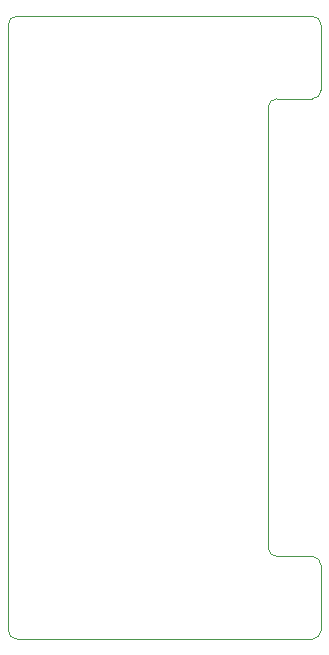
<source format=gbr>
%TF.GenerationSoftware,KiCad,Pcbnew,8.0.9-1.fc41*%
%TF.CreationDate,2025-04-27T16:21:27+02:00*%
%TF.ProjectId,Breadboard-PowerSupply,42726561-6462-46f6-9172-642d506f7765,rev?*%
%TF.SameCoordinates,Original*%
%TF.FileFunction,Profile,NP*%
%FSLAX46Y46*%
G04 Gerber Fmt 4.6, Leading zero omitted, Abs format (unit mm)*
G04 Created by KiCad (PCBNEW 8.0.9-1.fc41) date 2025-04-27 16:21:27*
%MOMM*%
%LPD*%
G01*
G04 APERTURE LIST*
%TA.AperFunction,Profile*%
%ADD10C,0.050000*%
%TD*%
G04 APERTURE END LIST*
D10*
X75750000Y-59250000D02*
G75*
G02*
X76500000Y-60000000I0J-750000D01*
G01*
X50000000Y-60000000D02*
G75*
G02*
X50750000Y-59250000I750000J0D01*
G01*
X72750000Y-105000000D02*
G75*
G02*
X72000000Y-104250000I0J750000D01*
G01*
X72000000Y-67000000D02*
X72000000Y-104250000D01*
X50750000Y-112000000D02*
G75*
G02*
X50000000Y-111250000I0J750000D01*
G01*
X76500000Y-111250000D02*
G75*
G02*
X75750000Y-112000000I-750000J0D01*
G01*
X76500000Y-65500000D02*
G75*
G02*
X75750000Y-66250000I-750000J0D01*
G01*
X50000000Y-111250000D02*
X50000000Y-60000000D01*
X75750000Y-59250000D02*
X50750000Y-59250000D01*
X75750000Y-66250000D02*
X75500000Y-66250000D01*
X76500000Y-105750000D02*
X76500000Y-111250000D01*
X72000000Y-67000000D02*
G75*
G02*
X72750000Y-66250000I750000J0D01*
G01*
X75500000Y-66250000D02*
X72750000Y-66250000D01*
X76500000Y-60000000D02*
X76500000Y-65500000D01*
X75750000Y-112000000D02*
X50750000Y-112000000D01*
X72750000Y-105000000D02*
X75750000Y-105000000D01*
X75750000Y-105000000D02*
G75*
G02*
X76500000Y-105750000I0J-750000D01*
G01*
M02*

</source>
